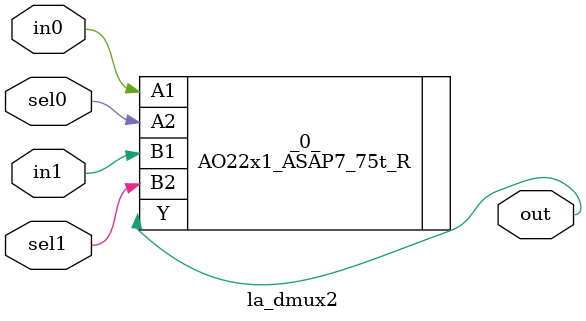
<source format=v>

/* Generated by Yosys 0.37 (git sha1 a5c7f69ed, clang 14.0.0-1ubuntu1.1 -fPIC -Os) */

module la_dmux2(sel1, sel0, in1, in0, out);
  input in0;
  wire in0;
  input in1;
  wire in1;
  output out;
  wire out;
  input sel0;
  wire sel0;
  input sel1;
  wire sel1;
  AO22x1_ASAP7_75t_R _0_ (
    .A1(in0),
    .A2(sel0),
    .B1(in1),
    .B2(sel1),
    .Y(out)
  );
endmodule

</source>
